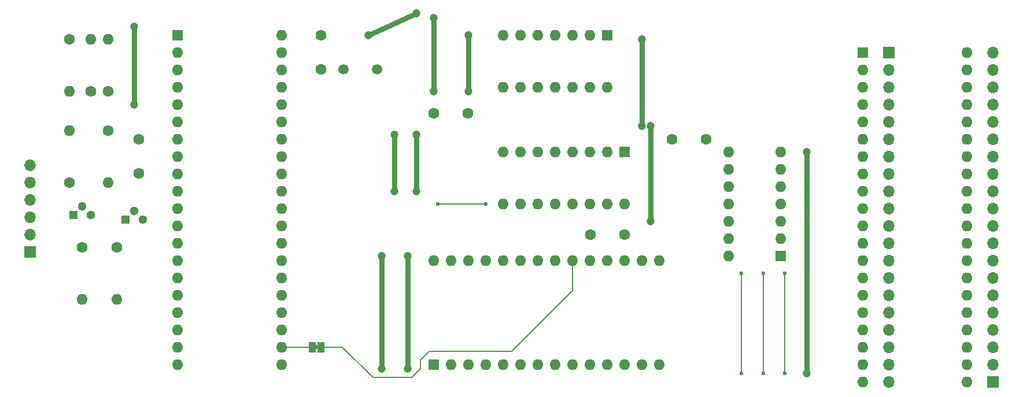
<source format=gtl>
%TF.GenerationSoftware,KiCad,Pcbnew,8.0.5+1*%
%TF.CreationDate,2024-10-09T15:07:38+02:00*%
%TF.ProjectId,QL_PC0084A_keyboard_adapter,514c5f50-4330-4303-9834-415f6b657962,0*%
%TF.SameCoordinates,Original*%
%TF.FileFunction,Copper,L1,Top*%
%TF.FilePolarity,Positive*%
%FSLAX46Y46*%
G04 Gerber Fmt 4.6, Leading zero omitted, Abs format (unit mm)*
G04 Created by KiCad (PCBNEW 8.0.5+1) date 2024-10-09 15:07:38*
%MOMM*%
%LPD*%
G01*
G04 APERTURE LIST*
%TA.AperFunction,EtchedComponent*%
%ADD10C,0.000000*%
%TD*%
%TA.AperFunction,ComponentPad*%
%ADD11R,1.600000X1.600000*%
%TD*%
%TA.AperFunction,ComponentPad*%
%ADD12O,1.600000X1.600000*%
%TD*%
%TA.AperFunction,ComponentPad*%
%ADD13R,1.300000X1.300000*%
%TD*%
%TA.AperFunction,ComponentPad*%
%ADD14C,1.300000*%
%TD*%
%TA.AperFunction,ComponentPad*%
%ADD15C,1.600000*%
%TD*%
%TA.AperFunction,ComponentPad*%
%ADD16C,1.500000*%
%TD*%
%TA.AperFunction,ComponentPad*%
%ADD17R,1.700000X1.700000*%
%TD*%
%TA.AperFunction,ComponentPad*%
%ADD18O,1.700000X1.700000*%
%TD*%
%TA.AperFunction,SMDPad,CuDef*%
%ADD19R,1.000000X1.500000*%
%TD*%
%TA.AperFunction,ViaPad*%
%ADD20C,1.200000*%
%TD*%
%TA.AperFunction,ViaPad*%
%ADD21C,0.600000*%
%TD*%
%TA.AperFunction,Conductor*%
%ADD22C,0.800000*%
%TD*%
%TA.AperFunction,Conductor*%
%ADD23C,0.200000*%
%TD*%
%ADD24C,0.350000*%
%ADD25C,0.300000*%
G04 APERTURE END LIST*
D10*
%TA.AperFunction,EtchedComponent*%
%TO.C,JP1*%
G36*
X136155000Y-124760000D02*
G01*
X135655000Y-124760000D01*
X135655000Y-124160000D01*
X136155000Y-124160000D01*
X136155000Y-124760000D01*
G37*
%TD.AperFunction*%
%TD*%
D11*
%TO.P,U2,1,T0*%
%TO.N,unconnected-(U2-T0-Pad1)*%
X115570000Y-78740000D03*
D12*
%TO.P,U2,2,X1*%
%TO.N,Net-(U2-X1)*%
X115570000Y-81280000D03*
%TO.P,U2,3,X2*%
%TO.N,Net-(U2-X2)*%
X115570000Y-83820000D03*
%TO.P,U2,4,~{RESET}*%
%TO.N,/RESET*%
X115570000Y-86360000D03*
%TO.P,U2,5,~{SS}*%
%TO.N,+5V*%
X115570000Y-88900000D03*
%TO.P,U2,6,~{INT}*%
%TO.N,unconnected-(U2-~{INT}-Pad6)*%
X115570000Y-91440000D03*
%TO.P,U2,7,EA*%
%TO.N,GND*%
X115570000Y-93980000D03*
%TO.P,U2,8,~{RD}*%
%TO.N,unconnected-(U2-~{RD}-Pad8)*%
X115570000Y-96520000D03*
%TO.P,U2,9,~{PSEN}*%
%TO.N,unconnected-(U2-~{PSEN}-Pad9)*%
X115570000Y-99060000D03*
%TO.P,U2,10,~{WR}*%
%TO.N,unconnected-(U2-~{WR}-Pad10)*%
X115570000Y-101600000D03*
%TO.P,U2,11,ALE*%
%TO.N,unconnected-(U2-ALE-Pad11)*%
X115570000Y-104140000D03*
%TO.P,U2,12,DB.0*%
%TO.N,unconnected-(U2-DB.0-Pad12)*%
X115570000Y-106680000D03*
%TO.P,U2,13,DB.1*%
%TO.N,unconnected-(U2-DB.1-Pad13)*%
X115570000Y-109220000D03*
%TO.P,U2,14,DB.2*%
%TO.N,unconnected-(U2-DB.2-Pad14)*%
X115570000Y-111760000D03*
%TO.P,U2,15,DB.3*%
%TO.N,unconnected-(U2-DB.3-Pad15)*%
X115570000Y-114300000D03*
%TO.P,U2,16,DB.4*%
%TO.N,unconnected-(U2-DB.4-Pad16)*%
X115570000Y-116840000D03*
%TO.P,U2,17,DB.5*%
%TO.N,unconnected-(U2-DB.5-Pad17)*%
X115570000Y-119380000D03*
%TO.P,U2,18,DB.6*%
%TO.N,unconnected-(U2-DB.6-Pad18)*%
X115570000Y-121920000D03*
%TO.P,U2,19,DB.7*%
%TO.N,unconnected-(U2-DB.7-Pad19)*%
X115570000Y-124460000D03*
%TO.P,U2,20,GND*%
%TO.N,GND*%
X115570000Y-127000000D03*
%TO.P,U2,21,P2.0*%
%TO.N,/R_A12*%
X130810000Y-127000000D03*
%TO.P,U2,22,P2.1*%
%TO.N,/ROM_CE*%
X130810000Y-124460000D03*
%TO.P,U2,23,P2.2*%
%TO.N,unconnected-(U2-P2.2-Pad23)*%
X130810000Y-121920000D03*
%TO.P,U2,24,P2.3*%
%TO.N,unconnected-(U2-P2.3-Pad24)*%
X130810000Y-119380000D03*
%TO.P,U2,25,PROG*%
%TO.N,unconnected-(U2-PROG-Pad25)*%
X130810000Y-116840000D03*
%TO.P,U2,26,Vpp/VDD*%
%TO.N,+5V*%
X130810000Y-114300000D03*
%TO.P,U2,27,P1.0*%
%TO.N,/R_A7*%
X130810000Y-111760000D03*
%TO.P,U2,28,P1.1*%
%TO.N,/R_A6*%
X130810000Y-109220000D03*
%TO.P,U2,29,P1.2*%
%TO.N,/R_A5*%
X130810000Y-106680000D03*
%TO.P,U2,30,P1.3*%
%TO.N,/R_A4*%
X130810000Y-104140000D03*
%TO.P,U2,31,P1.4*%
%TO.N,/R_A3*%
X130810000Y-101600000D03*
%TO.P,U2,32,P1.5*%
%TO.N,/R_A2*%
X130810000Y-99060000D03*
%TO.P,U2,33,P1.6*%
%TO.N,/R_A1*%
X130810000Y-96520000D03*
%TO.P,U2,34,P1.7*%
%TO.N,/R_A0*%
X130810000Y-93980000D03*
%TO.P,U2,35,P2.4*%
%TO.N,/R_A11*%
X130810000Y-91440000D03*
%TO.P,U2,36,P2.5*%
%TO.N,Net-(U2-P2.5)*%
X130810000Y-88900000D03*
%TO.P,U2,37,P2.6*%
%TO.N,Net-(U2-P2.6)*%
X130810000Y-86360000D03*
%TO.P,U2,38,P2.7*%
%TO.N,Net-(U2-P2.7)*%
X130810000Y-83820000D03*
%TO.P,U2,39,T1*%
%TO.N,Net-(U2-T1)*%
X130810000Y-81280000D03*
%TO.P,U2,40,VCC*%
%TO.N,+5V*%
X130810000Y-78740000D03*
%TD*%
D11*
%TO.P,U8,1*%
%TO.N,unconnected-(U8-Pad1)*%
X178440000Y-78750000D03*
D12*
%TO.P,U8,2*%
%TO.N,unconnected-(U8-Pad2)*%
X175900000Y-78750000D03*
%TO.P,U8,3*%
%TO.N,Net-(U2-P2.5)*%
X173360000Y-78750000D03*
%TO.P,U8,4*%
%TO.N,Net-(J3-Pin_5)*%
X170820000Y-78750000D03*
%TO.P,U8,5*%
%TO.N,Net-(J3-Pin_4)*%
X168280000Y-78750000D03*
%TO.P,U8,6*%
%TO.N,Net-(U2-T1)*%
X165740000Y-78750000D03*
%TO.P,U8,7,GND*%
%TO.N,GND*%
X163200000Y-78750000D03*
%TO.P,U8,8*%
%TO.N,unconnected-(U8-Pad8)*%
X163200000Y-86370000D03*
%TO.P,U8,9*%
%TO.N,unconnected-(U8-Pad9)*%
X165740000Y-86370000D03*
%TO.P,U8,10*%
%TO.N,Net-(U6-I7)*%
X168280000Y-86370000D03*
%TO.P,U8,11*%
%TO.N,/KBO07*%
X170820000Y-86370000D03*
%TO.P,U8,12*%
%TO.N,Net-(U6-I6)*%
X173360000Y-86370000D03*
%TO.P,U8,13*%
%TO.N,/KBO06*%
X175900000Y-86370000D03*
%TO.P,U8,14,VCC*%
%TO.N,+5V*%
X178440000Y-86370000D03*
%TD*%
D11*
%TO.P,U1,1,T0*%
%TO.N,Net-(J1-Pin_1)*%
X215900000Y-81280000D03*
D12*
%TO.P,U1,2,X1*%
%TO.N,Net-(J1-Pin_2)*%
X215900000Y-83820000D03*
%TO.P,U1,3,X2*%
%TO.N,Net-(J1-Pin_3)*%
X215900000Y-86360000D03*
%TO.P,U1,4,~{RESET}*%
%TO.N,/RESET*%
X215900000Y-88900000D03*
%TO.P,U1,5,~{SS}*%
%TO.N,Net-(J1-Pin_5)*%
X215900000Y-91440000D03*
%TO.P,U1,6,~{INT}*%
%TO.N,Net-(J1-Pin_6)*%
X215900000Y-93980000D03*
%TO.P,U1,7,EA*%
%TO.N,Net-(J1-Pin_7)*%
X215900000Y-96520000D03*
%TO.P,U1,8,~{RD}*%
%TO.N,Net-(J1-Pin_8)*%
X215900000Y-99060000D03*
%TO.P,U1,9,~{PSEN}*%
%TO.N,Net-(J1-Pin_9)*%
X215900000Y-101600000D03*
%TO.P,U1,10,~{WR}*%
%TO.N,Net-(J1-Pin_10)*%
X215900000Y-104140000D03*
%TO.P,U1,11,ALE*%
%TO.N,Net-(J1-Pin_11)*%
X215900000Y-106680000D03*
%TO.P,U1,12,DB.0*%
%TO.N,/KBI00*%
X215900000Y-109220000D03*
%TO.P,U1,13,DB.1*%
%TO.N,/KBI01*%
X215900000Y-111760000D03*
%TO.P,U1,14,DB.2*%
%TO.N,/KBI02*%
X215900000Y-114300000D03*
%TO.P,U1,15,DB.3*%
%TO.N,/KBI03*%
X215900000Y-116840000D03*
%TO.P,U1,16,DB.4*%
%TO.N,/KBI04*%
X215900000Y-119380000D03*
%TO.P,U1,17,DB.5*%
%TO.N,/KBI05*%
X215900000Y-121920000D03*
%TO.P,U1,18,DB.6*%
%TO.N,/KBI06*%
X215900000Y-124460000D03*
%TO.P,U1,19,DB.7*%
%TO.N,/KBI07*%
X215900000Y-127000000D03*
%TO.P,U1,20,GND*%
%TO.N,GND*%
X215900000Y-129540000D03*
%TO.P,U1,21,P2.0*%
%TO.N,Net-(J2-Pin_1)*%
X231140000Y-129540000D03*
%TO.P,U1,22,P2.1*%
%TO.N,Net-(J2-Pin_2)*%
X231140000Y-127000000D03*
%TO.P,U1,23,P2.2*%
%TO.N,Net-(J2-Pin_3)*%
X231140000Y-124460000D03*
%TO.P,U1,24,P2.3*%
%TO.N,Net-(J2-Pin_4)*%
X231140000Y-121920000D03*
%TO.P,U1,25,PROG*%
%TO.N,Net-(J2-Pin_5)*%
X231140000Y-119380000D03*
%TO.P,U1,26,Vpp/VDD*%
%TO.N,Net-(J2-Pin_6)*%
X231140000Y-116840000D03*
%TO.P,U1,27,P1.0*%
%TO.N,/KBO00*%
X231140000Y-114300000D03*
%TO.P,U1,28,P1.1*%
%TO.N,/KBO01*%
X231140000Y-111760000D03*
%TO.P,U1,29,P1.2*%
%TO.N,/KBO02*%
X231140000Y-109220000D03*
%TO.P,U1,30,P1.3*%
%TO.N,/KBO03*%
X231140000Y-106680000D03*
%TO.P,U1,31,P1.4*%
%TO.N,/KBO04*%
X231140000Y-104140000D03*
%TO.P,U1,32,P1.5*%
%TO.N,/KBO05*%
X231140000Y-101600000D03*
%TO.P,U1,33,P1.6*%
%TO.N,/KBO06*%
X231140000Y-99060000D03*
%TO.P,U1,34,P1.7*%
%TO.N,/KBO07*%
X231140000Y-96520000D03*
%TO.P,U1,35,P2.4*%
%TO.N,Net-(J2-Pin_15)*%
X231140000Y-93980000D03*
%TO.P,U1,36,P2.5*%
%TO.N,Net-(J2-Pin_16)*%
X231140000Y-91440000D03*
%TO.P,U1,37,P2.6*%
%TO.N,Net-(J2-Pin_17)*%
X231140000Y-88900000D03*
%TO.P,U1,38,P2.7*%
%TO.N,Net-(J2-Pin_18)*%
X231140000Y-86360000D03*
%TO.P,U1,39,T1*%
%TO.N,Net-(J2-Pin_19)*%
X231140000Y-83820000D03*
%TO.P,U1,40,VCC*%
%TO.N,+5V*%
X231140000Y-81280000D03*
%TD*%
D13*
%TO.P,Q2,1,B*%
%TO.N,Net-(Q2-B)*%
X107950000Y-105770000D03*
D14*
%TO.P,Q2,2,C*%
%TO.N,Net-(Q2-C)*%
X109220000Y-104500000D03*
%TO.P,Q2,3,E*%
%TO.N,GND*%
X110490000Y-105770000D03*
%TD*%
D15*
%TO.P,R5,1*%
%TO.N,Net-(U2-P2.6)*%
X105410000Y-86995000D03*
D12*
%TO.P,R5,2*%
%TO.N,+5V*%
X105410000Y-79375000D03*
%TD*%
D15*
%TO.P,C2,1*%
%TO.N,Net-(U2-X1)*%
X136525000Y-83780000D03*
%TO.P,C2,2*%
%TO.N,+5V*%
X136525000Y-78780000D03*
%TD*%
D13*
%TO.P,Q1,1,B*%
%TO.N,Net-(Q1-B)*%
X100330000Y-105135000D03*
D14*
%TO.P,Q1,2,C*%
%TO.N,Net-(Q1-C)*%
X101600000Y-103865000D03*
%TO.P,Q1,3,E*%
%TO.N,GND*%
X102870000Y-105135000D03*
%TD*%
D11*
%TO.P,U6,1,I4*%
%TO.N,Net-(U6-I4)*%
X180975000Y-95885000D03*
D12*
%TO.P,U6,2,I5*%
%TO.N,Net-(U6-I5)*%
X178435000Y-95885000D03*
%TO.P,U6,3,I6*%
%TO.N,Net-(U6-I6)*%
X175895000Y-95885000D03*
%TO.P,U6,4,I7*%
%TO.N,Net-(U6-I7)*%
X173355000Y-95885000D03*
%TO.P,U6,5,EI*%
%TO.N,GND*%
X170815000Y-95885000D03*
%TO.P,U6,6,S2*%
%TO.N,/R_A10*%
X168275000Y-95885000D03*
%TO.P,U6,7,S1*%
%TO.N,/R_A9*%
X165735000Y-95885000D03*
%TO.P,U6,8,GND*%
%TO.N,GND*%
X163195000Y-95885000D03*
%TO.P,U6,9,S0*%
%TO.N,/R_A8*%
X163195000Y-103505000D03*
%TO.P,U6,10,IO*%
%TO.N,Net-(U6-IO)*%
X165735000Y-103505000D03*
%TO.P,U6,11,I1*%
%TO.N,Net-(U6-I1)*%
X168275000Y-103505000D03*
%TO.P,U6,12,I2*%
%TO.N,Net-(U6-I2)*%
X170815000Y-103505000D03*
%TO.P,U6,13,I3*%
%TO.N,Net-(U6-I3)*%
X173355000Y-103505000D03*
%TO.P,U6,14,GS*%
%TO.N,/ROM_OE*%
X175895000Y-103505000D03*
%TO.P,U6,15,EO*%
%TO.N,unconnected-(U6-EO-Pad15)*%
X178435000Y-103505000D03*
%TO.P,U6,16,VCC*%
%TO.N,+5V*%
X180975000Y-103505000D03*
%TD*%
D15*
%TO.P,C5,1*%
%TO.N,GND*%
X109855000Y-98980000D03*
%TO.P,C5,2*%
%TO.N,+5V*%
X109855000Y-93980000D03*
%TD*%
%TO.P,C4,1*%
%TO.N,+5V*%
X153075000Y-90170000D03*
%TO.P,C4,2*%
%TO.N,GND*%
X158075000Y-90170000D03*
%TD*%
%TO.P,C1,1*%
%TO.N,+5V*%
X187960000Y-93980000D03*
%TO.P,C1,2*%
%TO.N,GND*%
X192960000Y-93980000D03*
%TD*%
%TO.P,R7,1*%
%TO.N,Net-(U2-P2.6)*%
X105410000Y-92710000D03*
D12*
%TO.P,R7,2*%
%TO.N,Net-(Q2-C)*%
X105410000Y-100330000D03*
%TD*%
D15*
%TO.P,C3,1*%
%TO.N,+5V*%
X180975000Y-107950000D03*
%TO.P,C3,2*%
%TO.N,GND*%
X175975000Y-107950000D03*
%TD*%
D16*
%TO.P,Y1,1,1*%
%TO.N,Net-(U2-X1)*%
X139880000Y-83790000D03*
%TO.P,Y1,2,2*%
%TO.N,Net-(U2-X2)*%
X144780000Y-83790000D03*
%TD*%
D15*
%TO.P,R4,1*%
%TO.N,Net-(U2-P2.7)*%
X102870000Y-86995000D03*
D12*
%TO.P,R4,2*%
%TO.N,+5V*%
X102870000Y-79375000D03*
%TD*%
D15*
%TO.P,R1,1*%
%TO.N,Net-(Q2-B)*%
X106680000Y-109855000D03*
D12*
%TO.P,R1,2*%
%TO.N,Net-(J3-Pin_3)*%
X106680000Y-117475000D03*
%TD*%
D15*
%TO.P,R2,1*%
%TO.N,Net-(Q1-B)*%
X101600000Y-109855000D03*
D12*
%TO.P,R2,2*%
%TO.N,Net-(J3-Pin_2)*%
X101600000Y-117475000D03*
%TD*%
D15*
%TO.P,R6,1*%
%TO.N,Net-(Q1-C)*%
X99695000Y-100330000D03*
D12*
%TO.P,R6,2*%
%TO.N,Net-(U2-P2.7)*%
X99695000Y-92710000D03*
%TD*%
D11*
%TO.P,U7,1*%
%TO.N,/KBO00*%
X203825000Y-111125000D03*
D12*
%TO.P,U7,2*%
%TO.N,Net-(U6-I3)*%
X203825000Y-108585000D03*
%TO.P,U7,3*%
%TO.N,/KBO02*%
X203825000Y-106045000D03*
%TO.P,U7,4*%
%TO.N,Net-(U6-I1)*%
X203825000Y-103505000D03*
%TO.P,U7,5*%
%TO.N,/KBO04*%
X203825000Y-100965000D03*
%TO.P,U7,6*%
%TO.N,Net-(U6-I4)*%
X203825000Y-98425000D03*
%TO.P,U7,7,GND*%
%TO.N,GND*%
X203825000Y-95885000D03*
%TO.P,U7,8*%
%TO.N,Net-(U6-I5)*%
X196205000Y-95885000D03*
%TO.P,U7,9*%
%TO.N,/KBO05*%
X196205000Y-98425000D03*
%TO.P,U7,10*%
%TO.N,Net-(U6-IO)*%
X196205000Y-100965000D03*
%TO.P,U7,11*%
%TO.N,/KBO03*%
X196205000Y-103505000D03*
%TO.P,U7,12*%
%TO.N,Net-(U6-I2)*%
X196205000Y-106045000D03*
%TO.P,U7,13*%
%TO.N,/KBO01*%
X196205000Y-108585000D03*
%TO.P,U7,14,VCC*%
%TO.N,+5V*%
X196205000Y-111125000D03*
%TD*%
D15*
%TO.P,R3,1*%
%TO.N,+5V*%
X99695000Y-79375000D03*
D12*
%TO.P,R3,2*%
%TO.N,Net-(J3-Pin_4)*%
X99695000Y-86995000D03*
%TD*%
D11*
%TO.P,U3,1,VPP*%
%TO.N,+5V*%
X153035000Y-127000000D03*
D12*
%TO.P,U3,2,A12*%
%TO.N,/R_A12*%
X155575000Y-127000000D03*
%TO.P,U3,3,A7*%
%TO.N,/R_A7*%
X158115000Y-127000000D03*
%TO.P,U3,4,A6*%
%TO.N,/R_A6*%
X160655000Y-127000000D03*
%TO.P,U3,5,A5*%
%TO.N,/R_A5*%
X163195000Y-127000000D03*
%TO.P,U3,6,A4*%
%TO.N,/R_A4*%
X165735000Y-127000000D03*
%TO.P,U3,7,A3*%
%TO.N,/R_A3*%
X168275000Y-127000000D03*
%TO.P,U3,8,A2*%
%TO.N,/R_A2*%
X170815000Y-127000000D03*
%TO.P,U3,9,A1*%
%TO.N,/R_A1*%
X173355000Y-127000000D03*
%TO.P,U3,10,A0*%
%TO.N,/R_A0*%
X175895000Y-127000000D03*
%TO.P,U3,11,D0*%
%TO.N,/KBI00*%
X178435000Y-127000000D03*
%TO.P,U3,12,D1*%
%TO.N,/KBI01*%
X180975000Y-127000000D03*
%TO.P,U3,13,D2*%
%TO.N,/KBI02*%
X183515000Y-127000000D03*
%TO.P,U3,14,GND*%
%TO.N,GND*%
X186055000Y-127000000D03*
%TO.P,U3,15,D3*%
%TO.N,/KBI03*%
X186055000Y-111760000D03*
%TO.P,U3,16,D4*%
%TO.N,/KBI04*%
X183515000Y-111760000D03*
%TO.P,U3,17,D5*%
%TO.N,/KBI05*%
X180975000Y-111760000D03*
%TO.P,U3,18,D6*%
%TO.N,/KBI06*%
X178435000Y-111760000D03*
%TO.P,U3,19,D7*%
%TO.N,/KBI07*%
X175895000Y-111760000D03*
%TO.P,U3,20,~{CE}*%
%TO.N,Net-(JP1-A)*%
X173355000Y-111760000D03*
%TO.P,U3,21,A10*%
%TO.N,/R_A10*%
X170815000Y-111760000D03*
%TO.P,U3,22,~{OE}*%
%TO.N,/ROM_OE*%
X168275000Y-111760000D03*
%TO.P,U3,23,A11*%
%TO.N,/R_A11*%
X165735000Y-111760000D03*
%TO.P,U3,24,A9*%
%TO.N,/R_A9*%
X163195000Y-111760000D03*
%TO.P,U3,25,A8*%
%TO.N,/R_A8*%
X160655000Y-111760000D03*
%TO.P,U3,26,NC*%
%TO.N,unconnected-(U3-NC-Pad26)*%
X158115000Y-111760000D03*
%TO.P,U3,27,~{PGM}*%
%TO.N,+5V*%
X155575000Y-111760000D03*
%TO.P,U3,28,VCC*%
X153035000Y-111760000D03*
%TD*%
D17*
%TO.P,J3,1,Pin_1*%
%TO.N,GND*%
X93980000Y-110490000D03*
D18*
%TO.P,J3,2,Pin_2*%
%TO.N,Net-(J3-Pin_2)*%
X93980000Y-107950000D03*
%TO.P,J3,3,Pin_3*%
%TO.N,Net-(J3-Pin_3)*%
X93980000Y-105410000D03*
%TO.P,J3,4,Pin_4*%
%TO.N,Net-(J3-Pin_4)*%
X93980000Y-102870000D03*
%TO.P,J3,5,Pin_5*%
%TO.N,Net-(J3-Pin_5)*%
X93980000Y-100330000D03*
%TO.P,J3,6,Pin_6*%
%TO.N,+5V*%
X93980000Y-97790000D03*
%TD*%
D19*
%TO.P,JP1,1,A*%
%TO.N,Net-(JP1-A)*%
X136555000Y-124460000D03*
%TO.P,JP1,2,B*%
%TO.N,/ROM_CE*%
X135255000Y-124460000D03*
%TD*%
D17*
%TO.P,J2,1,Pin_1*%
%TO.N,Net-(J2-Pin_1)*%
X234950000Y-129540000D03*
D18*
%TO.P,J2,2,Pin_2*%
%TO.N,Net-(J2-Pin_2)*%
X234950000Y-127000000D03*
%TO.P,J2,3,Pin_3*%
%TO.N,Net-(J2-Pin_3)*%
X234950000Y-124460000D03*
%TO.P,J2,4,Pin_4*%
%TO.N,Net-(J2-Pin_4)*%
X234950000Y-121920000D03*
%TO.P,J2,5,Pin_5*%
%TO.N,Net-(J2-Pin_5)*%
X234950000Y-119380000D03*
%TO.P,J2,6,Pin_6*%
%TO.N,Net-(J2-Pin_6)*%
X234950000Y-116840000D03*
%TO.P,J2,7,Pin_7*%
%TO.N,/KBO00*%
X234950000Y-114300000D03*
%TO.P,J2,8,Pin_8*%
%TO.N,/KBO01*%
X234950000Y-111760000D03*
%TO.P,J2,9,Pin_9*%
%TO.N,/KBO02*%
X234950000Y-109220000D03*
%TO.P,J2,10,Pin_10*%
%TO.N,/KBO03*%
X234950000Y-106680000D03*
%TO.P,J2,11,Pin_11*%
%TO.N,/KBO04*%
X234950000Y-104140000D03*
%TO.P,J2,12,Pin_12*%
%TO.N,/KBO05*%
X234950000Y-101600000D03*
%TO.P,J2,13,Pin_13*%
%TO.N,/KBO06*%
X234950000Y-99060000D03*
%TO.P,J2,14,Pin_14*%
%TO.N,/KBO07*%
X234950000Y-96520000D03*
%TO.P,J2,15,Pin_15*%
%TO.N,Net-(J2-Pin_15)*%
X234950000Y-93980000D03*
%TO.P,J2,16,Pin_16*%
%TO.N,Net-(J2-Pin_16)*%
X234950000Y-91440000D03*
%TO.P,J2,17,Pin_17*%
%TO.N,Net-(J2-Pin_17)*%
X234950000Y-88900000D03*
%TO.P,J2,18,Pin_18*%
%TO.N,Net-(J2-Pin_18)*%
X234950000Y-86360000D03*
%TO.P,J2,19,Pin_19*%
%TO.N,Net-(J2-Pin_19)*%
X234950000Y-83820000D03*
%TO.P,J2,20,Pin_20*%
%TO.N,+5V*%
X234950000Y-81280000D03*
%TD*%
D17*
%TO.P,J1,1,Pin_1*%
%TO.N,Net-(J1-Pin_1)*%
X219710000Y-81280000D03*
D18*
%TO.P,J1,2,Pin_2*%
%TO.N,Net-(J1-Pin_2)*%
X219710000Y-83820000D03*
%TO.P,J1,3,Pin_3*%
%TO.N,Net-(J1-Pin_3)*%
X219710000Y-86360000D03*
%TO.P,J1,4,Pin_4*%
%TO.N,/RESET*%
X219710000Y-88900000D03*
%TO.P,J1,5,Pin_5*%
%TO.N,Net-(J1-Pin_5)*%
X219710000Y-91440000D03*
%TO.P,J1,6,Pin_6*%
%TO.N,Net-(J1-Pin_6)*%
X219710000Y-93980000D03*
%TO.P,J1,7,Pin_7*%
%TO.N,Net-(J1-Pin_7)*%
X219710000Y-96520000D03*
%TO.P,J1,8,Pin_8*%
%TO.N,Net-(J1-Pin_8)*%
X219710000Y-99060000D03*
%TO.P,J1,9,Pin_9*%
%TO.N,Net-(J1-Pin_9)*%
X219710000Y-101600000D03*
%TO.P,J1,10,Pin_10*%
%TO.N,Net-(J1-Pin_10)*%
X219710000Y-104140000D03*
%TO.P,J1,11,Pin_11*%
%TO.N,Net-(J1-Pin_11)*%
X219710000Y-106680000D03*
%TO.P,J1,12,Pin_12*%
%TO.N,/KBI00*%
X219710000Y-109220000D03*
%TO.P,J1,13,Pin_13*%
%TO.N,/KBI01*%
X219710000Y-111760000D03*
%TO.P,J1,14,Pin_14*%
%TO.N,/KBI02*%
X219710000Y-114300000D03*
%TO.P,J1,15,Pin_15*%
%TO.N,/KBI03*%
X219710000Y-116840000D03*
%TO.P,J1,16,Pin_16*%
%TO.N,/KBI04*%
X219710000Y-119380000D03*
%TO.P,J1,17,Pin_17*%
%TO.N,/KBI05*%
X219710000Y-121920000D03*
%TO.P,J1,18,Pin_18*%
%TO.N,/KBI06*%
X219710000Y-124460000D03*
%TO.P,J1,19,Pin_19*%
%TO.N,/KBI07*%
X219710000Y-127000000D03*
%TO.P,J1,20,Pin_20*%
%TO.N,GND*%
X219710000Y-129540000D03*
%TD*%
D20*
%TO.N,GND*%
X145415000Y-111125000D03*
X145415000Y-127635000D03*
X207645000Y-128270000D03*
X147320000Y-93345000D03*
X158115000Y-78740000D03*
X207645000Y-95885000D03*
X147320000Y-101600000D03*
X158115000Y-86995000D03*
%TO.N,+5V*%
X183515000Y-92075000D03*
X109220000Y-77470000D03*
X184785000Y-106045000D03*
X150495000Y-93345000D03*
X183515000Y-79375000D03*
X150495000Y-101600000D03*
X153035000Y-76200000D03*
X153035000Y-86995000D03*
X184785000Y-92075000D03*
X150495000Y-75565000D03*
X109220000Y-88900000D03*
X143510000Y-78740000D03*
X149225000Y-127635000D03*
X149225000Y-111125000D03*
D21*
%TO.N,/KBI01*%
X201295000Y-113665000D03*
X201295000Y-128270000D03*
X201295000Y-128270000D03*
%TO.N,/KBI02*%
X198120000Y-113665000D03*
X198120000Y-128270000D03*
X198120000Y-128270000D03*
%TO.N,/KBI00*%
X204470000Y-113665000D03*
X204470000Y-128270000D03*
%TO.N,/R_A8*%
X153670000Y-103505000D03*
X160655000Y-103505000D03*
%TD*%
D22*
%TO.N,GND*%
X145415000Y-127635000D02*
X145415000Y-111125000D01*
X158115000Y-78740000D02*
X158115000Y-86995000D01*
X207645000Y-128270000D02*
X207645000Y-95885000D01*
X147320000Y-93345000D02*
X147320000Y-101600000D01*
%TO.N,+5V*%
X184785000Y-92075000D02*
X184785000Y-106045000D01*
X109220000Y-77470000D02*
X109220000Y-88900000D01*
X153035000Y-76200000D02*
X153035000Y-86995000D01*
X143510000Y-78740000D02*
X150495000Y-75565000D01*
X150495000Y-93345000D02*
X150495000Y-101600000D01*
X149225000Y-111125000D02*
X149225000Y-127635000D01*
X183515000Y-92075000D02*
X183515000Y-79375000D01*
D23*
%TO.N,/KBI01*%
X201295000Y-113665000D02*
X201295000Y-128270000D01*
%TO.N,/KBI02*%
X198120000Y-113665000D02*
X198120000Y-128270000D01*
%TO.N,/KBI00*%
X204470000Y-113665000D02*
X204470000Y-128270000D01*
%TO.N,/R_A8*%
X153670000Y-103505000D02*
X160655000Y-103505000D01*
%TO.N,/ROM_CE*%
X130810000Y-124460000D02*
X135255000Y-124460000D01*
%TO.N,Net-(JP1-A)*%
X152400000Y-125095000D02*
X164465000Y-125095000D01*
X151130000Y-127635000D02*
X151130000Y-126365000D01*
X149860000Y-128905000D02*
X151130000Y-127635000D01*
X144145000Y-128905000D02*
X149860000Y-128905000D01*
X151130000Y-126365000D02*
X152400000Y-125095000D01*
X139700000Y-124460000D02*
X144145000Y-128905000D01*
X139700000Y-124460000D02*
X136555000Y-124460000D01*
X173355000Y-116205000D02*
X173355000Y-111760000D01*
X164465000Y-125095000D02*
X173355000Y-116205000D01*
%TD*%
D24*
X145415000Y-111125000D03*
X145415000Y-127635000D03*
X207645000Y-128270000D03*
X147320000Y-93345000D03*
X158115000Y-78740000D03*
X207645000Y-95885000D03*
X147320000Y-101600000D03*
X158115000Y-86995000D03*
X183515000Y-92075000D03*
X109220000Y-77470000D03*
X184785000Y-106045000D03*
X150495000Y-93345000D03*
X183515000Y-79375000D03*
X150495000Y-101600000D03*
X153035000Y-76200000D03*
X153035000Y-86995000D03*
X184785000Y-92075000D03*
X150495000Y-75565000D03*
X109220000Y-88900000D03*
X143510000Y-78740000D03*
X149225000Y-127635000D03*
X149225000Y-111125000D03*
D25*
X201295000Y-113665000D03*
X201295000Y-128270000D03*
X201295000Y-128270000D03*
X198120000Y-113665000D03*
X198120000Y-128270000D03*
X198120000Y-128270000D03*
X204470000Y-113665000D03*
X204470000Y-128270000D03*
X153670000Y-103505000D03*
X160655000Y-103505000D03*
D24*
X115570000Y-78740000D03*
X115570000Y-81280000D03*
X115570000Y-83820000D03*
X115570000Y-86360000D03*
X115570000Y-88900000D03*
X115570000Y-91440000D03*
X115570000Y-93980000D03*
X115570000Y-96520000D03*
X115570000Y-99060000D03*
X115570000Y-101600000D03*
X115570000Y-104140000D03*
X115570000Y-106680000D03*
X115570000Y-109220000D03*
X115570000Y-111760000D03*
X115570000Y-114300000D03*
X115570000Y-116840000D03*
X115570000Y-119380000D03*
X115570000Y-121920000D03*
X115570000Y-124460000D03*
X115570000Y-127000000D03*
X130810000Y-127000000D03*
X130810000Y-124460000D03*
X130810000Y-121920000D03*
X130810000Y-119380000D03*
X130810000Y-116840000D03*
X130810000Y-114300000D03*
X130810000Y-111760000D03*
X130810000Y-109220000D03*
X130810000Y-106680000D03*
X130810000Y-104140000D03*
X130810000Y-101600000D03*
X130810000Y-99060000D03*
X130810000Y-96520000D03*
X130810000Y-93980000D03*
X130810000Y-91440000D03*
X130810000Y-88900000D03*
X130810000Y-86360000D03*
X130810000Y-83820000D03*
X130810000Y-81280000D03*
X130810000Y-78740000D03*
X178440000Y-78750000D03*
X175900000Y-78750000D03*
X173360000Y-78750000D03*
X170820000Y-78750000D03*
X168280000Y-78750000D03*
X165740000Y-78750000D03*
X163200000Y-78750000D03*
X163200000Y-86370000D03*
X165740000Y-86370000D03*
X168280000Y-86370000D03*
X170820000Y-86370000D03*
X173360000Y-86370000D03*
X175900000Y-86370000D03*
X178440000Y-86370000D03*
X215900000Y-81280000D03*
X215900000Y-83820000D03*
X215900000Y-86360000D03*
X215900000Y-88900000D03*
X215900000Y-91440000D03*
X215900000Y-93980000D03*
X215900000Y-96520000D03*
X215900000Y-99060000D03*
X215900000Y-101600000D03*
X215900000Y-104140000D03*
X215900000Y-106680000D03*
X215900000Y-109220000D03*
X215900000Y-111760000D03*
X215900000Y-114300000D03*
X215900000Y-116840000D03*
X215900000Y-119380000D03*
X215900000Y-121920000D03*
X215900000Y-124460000D03*
X215900000Y-127000000D03*
X215900000Y-129540000D03*
X231140000Y-129540000D03*
X231140000Y-127000000D03*
X231140000Y-124460000D03*
X231140000Y-121920000D03*
X231140000Y-119380000D03*
X231140000Y-116840000D03*
X231140000Y-114300000D03*
X231140000Y-111760000D03*
X231140000Y-109220000D03*
X231140000Y-106680000D03*
X231140000Y-104140000D03*
X231140000Y-101600000D03*
X231140000Y-99060000D03*
X231140000Y-96520000D03*
X231140000Y-93980000D03*
X231140000Y-91440000D03*
X231140000Y-88900000D03*
X231140000Y-86360000D03*
X231140000Y-83820000D03*
X231140000Y-81280000D03*
X107950000Y-105770000D03*
X109220000Y-104500000D03*
X110490000Y-105770000D03*
X105410000Y-86995000D03*
X105410000Y-79375000D03*
X136525000Y-83780000D03*
X136525000Y-78780000D03*
X100330000Y-105135000D03*
X101600000Y-103865000D03*
X102870000Y-105135000D03*
X180975000Y-95885000D03*
X178435000Y-95885000D03*
X175895000Y-95885000D03*
X173355000Y-95885000D03*
X170815000Y-95885000D03*
X168275000Y-95885000D03*
X165735000Y-95885000D03*
X163195000Y-95885000D03*
X163195000Y-103505000D03*
X165735000Y-103505000D03*
X168275000Y-103505000D03*
X170815000Y-103505000D03*
X173355000Y-103505000D03*
X175895000Y-103505000D03*
X178435000Y-103505000D03*
X180975000Y-103505000D03*
X109855000Y-98980000D03*
X109855000Y-93980000D03*
X153075000Y-90170000D03*
X158075000Y-90170000D03*
X187960000Y-93980000D03*
X192960000Y-93980000D03*
X105410000Y-92710000D03*
X105410000Y-100330000D03*
X180975000Y-107950000D03*
X175975000Y-107950000D03*
X139880000Y-83790000D03*
X144780000Y-83790000D03*
X102870000Y-86995000D03*
X102870000Y-79375000D03*
X106680000Y-109855000D03*
X106680000Y-117475000D03*
X101600000Y-109855000D03*
X101600000Y-117475000D03*
X99695000Y-100330000D03*
X99695000Y-92710000D03*
X203825000Y-111125000D03*
X203825000Y-108585000D03*
X203825000Y-106045000D03*
X203825000Y-103505000D03*
X203825000Y-100965000D03*
X203825000Y-98425000D03*
X203825000Y-95885000D03*
X196205000Y-95885000D03*
X196205000Y-98425000D03*
X196205000Y-100965000D03*
X196205000Y-103505000D03*
X196205000Y-106045000D03*
X196205000Y-108585000D03*
X196205000Y-111125000D03*
X99695000Y-79375000D03*
X99695000Y-86995000D03*
X153035000Y-127000000D03*
X155575000Y-127000000D03*
X158115000Y-127000000D03*
X160655000Y-127000000D03*
X163195000Y-127000000D03*
X165735000Y-127000000D03*
X168275000Y-127000000D03*
X170815000Y-127000000D03*
X173355000Y-127000000D03*
X175895000Y-127000000D03*
X178435000Y-127000000D03*
X180975000Y-127000000D03*
X183515000Y-127000000D03*
X186055000Y-127000000D03*
X186055000Y-111760000D03*
X183515000Y-111760000D03*
X180975000Y-111760000D03*
X178435000Y-111760000D03*
X175895000Y-111760000D03*
X173355000Y-111760000D03*
X170815000Y-111760000D03*
X168275000Y-111760000D03*
X165735000Y-111760000D03*
X163195000Y-111760000D03*
X160655000Y-111760000D03*
X158115000Y-111760000D03*
X155575000Y-111760000D03*
X153035000Y-111760000D03*
X93980000Y-110490000D03*
X93980000Y-107950000D03*
X93980000Y-105410000D03*
X93980000Y-102870000D03*
X93980000Y-100330000D03*
X93980000Y-97790000D03*
X234950000Y-129540000D03*
X234950000Y-127000000D03*
X234950000Y-124460000D03*
X234950000Y-121920000D03*
X234950000Y-119380000D03*
X234950000Y-116840000D03*
X234950000Y-114300000D03*
X234950000Y-111760000D03*
X234950000Y-109220000D03*
X234950000Y-106680000D03*
X234950000Y-104140000D03*
X234950000Y-101600000D03*
X234950000Y-99060000D03*
X234950000Y-96520000D03*
X234950000Y-93980000D03*
X234950000Y-91440000D03*
X234950000Y-88900000D03*
X234950000Y-86360000D03*
X234950000Y-83820000D03*
X234950000Y-81280000D03*
X219710000Y-81280000D03*
X219710000Y-83820000D03*
X219710000Y-86360000D03*
X219710000Y-88900000D03*
X219710000Y-91440000D03*
X219710000Y-93980000D03*
X219710000Y-96520000D03*
X219710000Y-99060000D03*
X219710000Y-101600000D03*
X219710000Y-104140000D03*
X219710000Y-106680000D03*
X219710000Y-109220000D03*
X219710000Y-111760000D03*
X219710000Y-114300000D03*
X219710000Y-116840000D03*
X219710000Y-119380000D03*
X219710000Y-121920000D03*
X219710000Y-124460000D03*
X219710000Y-127000000D03*
X219710000Y-129540000D03*
M02*

</source>
